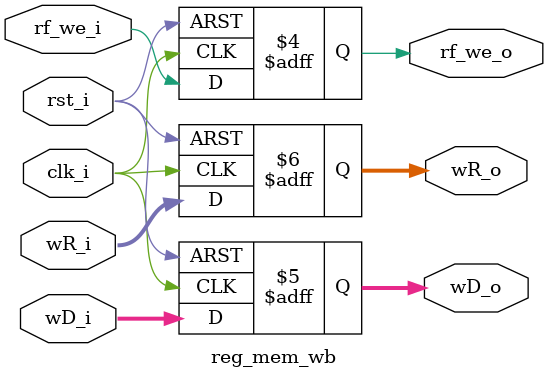
<source format=v>
module reg_mem_wb (
    input wire        clk_i,
    input wire        rst_i,  
    input wire [4 :0] wR_i,
    input wire [31:0] wD_i,
    input wire        rf_we_i,
    output reg [4 :0] wR_o,
    output reg [31:0] wD_o,
    output reg        rf_we_o
);

    //数据信号寄存
    always @ (posedge clk_i or posedge rst_i) begin
        if (rst_i)      wR_o <= 5'b0;
        else            wR_o <= wR_i;
    end 

    always @ (posedge clk_i or posedge rst_i) begin
        if (rst_i)      wD_o <= 32'b0;
        else            wD_o <= wD_i;
    end

    //控制信号寄存
    always @ (posedge clk_i or posedge rst_i) begin
        if (rst_i)      rf_we_o <= 1'b0;
        else            rf_we_o <= rf_we_i;
    end

endmodule
</source>
